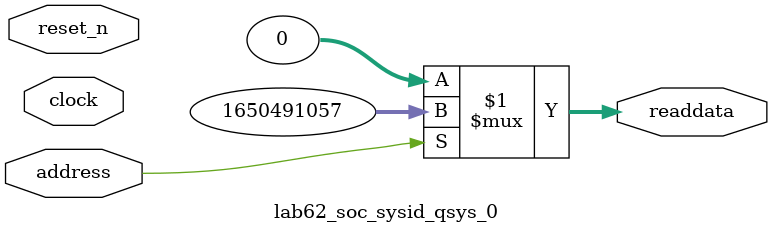
<source format=v>



// synthesis translate_off
`timescale 1ns / 1ps
// synthesis translate_on

// turn off superfluous verilog processor warnings 
// altera message_level Level1 
// altera message_off 10034 10035 10036 10037 10230 10240 10030 

module lab62_soc_sysid_qsys_0 (
               // inputs:
                address,
                clock,
                reset_n,

               // outputs:
                readdata
             )
;

  output  [ 31: 0] readdata;
  input            address;
  input            clock;
  input            reset_n;

  wire    [ 31: 0] readdata;
  //control_slave, which is an e_avalon_slave
  assign readdata = address ? 1650491057 : 0;

endmodule



</source>
